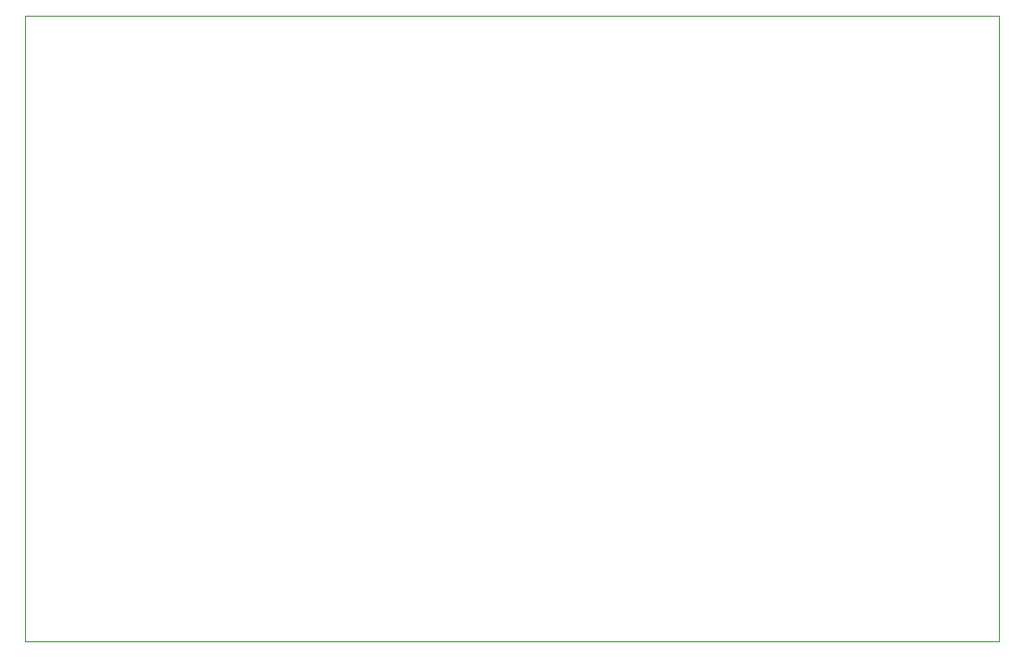
<source format=gbr>
%TF.GenerationSoftware,KiCad,Pcbnew,(6.0.2)*%
%TF.CreationDate,2022-07-06T08:44:01-05:00*%
%TF.ProjectId,WiFiModem,57694669-4d6f-4646-956d-2e6b69636164,rev?*%
%TF.SameCoordinates,Original*%
%TF.FileFunction,Profile,NP*%
%FSLAX46Y46*%
G04 Gerber Fmt 4.6, Leading zero omitted, Abs format (unit mm)*
G04 Created by KiCad (PCBNEW (6.0.2)) date 2022-07-06 08:44:01*
%MOMM*%
%LPD*%
G01*
G04 APERTURE LIST*
%TA.AperFunction,Profile*%
%ADD10C,0.100000*%
%TD*%
G04 APERTURE END LIST*
D10*
X162560000Y-127000000D02*
X73660000Y-127000000D01*
X162560000Y-69850000D02*
X162560000Y-127000000D01*
X73660000Y-69850000D02*
X162560000Y-69850000D01*
X73660000Y-127000000D02*
X73660000Y-69850000D01*
M02*

</source>
